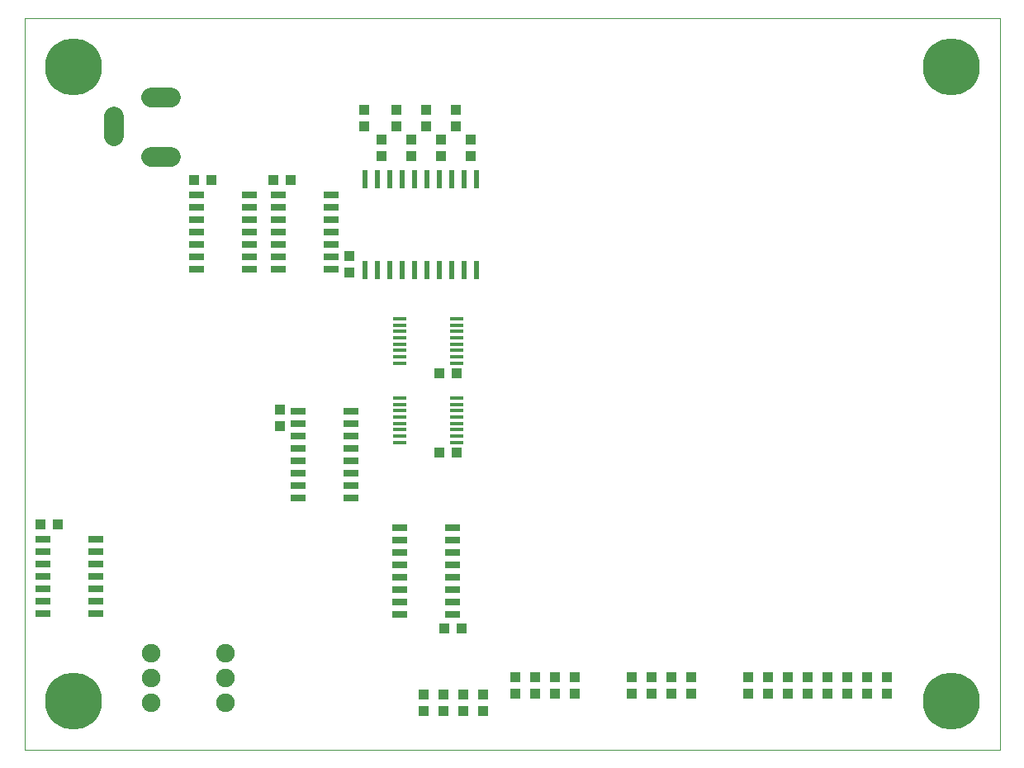
<source format=gbs>
G75*
%MOIN*%
%OFA0B0*%
%FSLAX25Y25*%
%IPPOS*%
%LPD*%
%AMOC8*
5,1,8,0,0,1.08239X$1,22.5*
%
%ADD10C,0.00000*%
%ADD11R,0.04331X0.03937*%
%ADD12R,0.03937X0.04331*%
%ADD13R,0.06004X0.02559*%
%ADD14R,0.05800X0.01400*%
%ADD15R,0.02200X0.07800*%
%ADD16C,0.07874*%
%ADD17C,0.07500*%
%ADD18C,0.23000*%
D10*
X0056249Y0048303D02*
X0056249Y0343579D01*
X0449950Y0343579D01*
X0449950Y0048303D01*
X0056249Y0048303D01*
D11*
X0062902Y0139303D03*
X0069595Y0139303D03*
X0217249Y0070650D03*
X0225249Y0070650D03*
X0225249Y0063957D03*
X0217249Y0063957D03*
X0233249Y0063957D03*
X0233249Y0070650D03*
X0241249Y0070650D03*
X0241249Y0063957D03*
X0254249Y0070957D03*
X0254249Y0077650D03*
X0262249Y0077650D03*
X0270249Y0077650D03*
X0270249Y0070957D03*
X0262249Y0070957D03*
X0278249Y0070957D03*
X0278249Y0077650D03*
X0301249Y0077650D03*
X0301249Y0070957D03*
X0309249Y0070957D03*
X0309249Y0077650D03*
X0317249Y0077650D03*
X0317249Y0070957D03*
X0325249Y0070957D03*
X0325249Y0077650D03*
X0348249Y0077650D03*
X0356249Y0077650D03*
X0356249Y0070957D03*
X0348249Y0070957D03*
X0364249Y0070957D03*
X0364249Y0077650D03*
X0372249Y0077650D03*
X0372249Y0070957D03*
X0380249Y0070957D03*
X0388249Y0070957D03*
X0388249Y0077650D03*
X0380249Y0077650D03*
X0396249Y0077650D03*
X0396249Y0070957D03*
X0404249Y0070957D03*
X0404249Y0077650D03*
X0232595Y0097303D03*
X0225902Y0097303D03*
X0223902Y0168303D03*
X0230595Y0168303D03*
X0230595Y0200303D03*
X0223902Y0200303D03*
X0163595Y0278303D03*
X0156902Y0278303D03*
X0131595Y0278303D03*
X0124902Y0278303D03*
X0193249Y0299957D03*
X0193249Y0306650D03*
X0206249Y0306650D03*
X0206249Y0299957D03*
X0212249Y0294650D03*
X0212249Y0287957D03*
X0200249Y0287957D03*
X0200249Y0294650D03*
X0218249Y0299957D03*
X0224249Y0294650D03*
X0230249Y0299957D03*
X0230249Y0306650D03*
X0218249Y0306650D03*
X0236249Y0294650D03*
X0236249Y0287957D03*
X0224249Y0287957D03*
D12*
X0187249Y0247650D03*
X0187249Y0240957D03*
X0159249Y0185650D03*
X0159249Y0178957D03*
D13*
X0166572Y0179803D03*
X0166572Y0184803D03*
X0166572Y0174803D03*
X0166572Y0169803D03*
X0166572Y0164803D03*
X0166572Y0159803D03*
X0166572Y0154803D03*
X0166572Y0149803D03*
X0187926Y0149803D03*
X0187926Y0154803D03*
X0187926Y0159803D03*
X0187926Y0164803D03*
X0187926Y0169803D03*
X0187926Y0174803D03*
X0187926Y0179803D03*
X0187926Y0184803D03*
X0207572Y0137803D03*
X0207572Y0132803D03*
X0207572Y0127803D03*
X0207572Y0122803D03*
X0207572Y0117803D03*
X0207572Y0112803D03*
X0207572Y0107803D03*
X0207572Y0102803D03*
X0228926Y0102803D03*
X0228926Y0107803D03*
X0228926Y0112803D03*
X0228926Y0117803D03*
X0228926Y0122803D03*
X0228926Y0127803D03*
X0228926Y0132803D03*
X0228926Y0137803D03*
X0179926Y0242303D03*
X0179926Y0247303D03*
X0179926Y0252303D03*
X0179926Y0257303D03*
X0179926Y0262303D03*
X0179926Y0267303D03*
X0179926Y0272303D03*
X0158572Y0272303D03*
X0158572Y0267303D03*
X0158572Y0262303D03*
X0158572Y0257303D03*
X0158572Y0252303D03*
X0158572Y0247303D03*
X0158572Y0242303D03*
X0146926Y0242303D03*
X0146926Y0247303D03*
X0146926Y0252303D03*
X0146926Y0257303D03*
X0146926Y0262303D03*
X0146926Y0267303D03*
X0146926Y0272303D03*
X0125572Y0272303D03*
X0125572Y0267303D03*
X0125572Y0262303D03*
X0125572Y0257303D03*
X0125572Y0252303D03*
X0125572Y0247303D03*
X0125572Y0242303D03*
X0084926Y0133303D03*
X0084926Y0128303D03*
X0084926Y0123303D03*
X0084926Y0118303D03*
X0084926Y0113303D03*
X0084926Y0108303D03*
X0084926Y0103303D03*
X0063572Y0103303D03*
X0063572Y0108303D03*
X0063572Y0113303D03*
X0063572Y0118303D03*
X0063572Y0123303D03*
X0063572Y0128303D03*
X0063572Y0133303D03*
D14*
X0207749Y0172303D03*
X0207749Y0174903D03*
X0207749Y0177503D03*
X0207749Y0180003D03*
X0207749Y0182603D03*
X0207749Y0185103D03*
X0207749Y0187703D03*
X0207749Y0190303D03*
X0207749Y0204303D03*
X0207749Y0206903D03*
X0207749Y0209503D03*
X0207749Y0212003D03*
X0207749Y0214603D03*
X0207749Y0217103D03*
X0207749Y0219703D03*
X0207749Y0222303D03*
X0230749Y0222303D03*
X0230749Y0219703D03*
X0230749Y0217103D03*
X0230749Y0214603D03*
X0230749Y0212003D03*
X0230749Y0209503D03*
X0230749Y0206903D03*
X0230749Y0204303D03*
X0230749Y0190303D03*
X0230749Y0187703D03*
X0230749Y0185103D03*
X0230749Y0182603D03*
X0230749Y0180003D03*
X0230749Y0177503D03*
X0230749Y0174903D03*
X0230749Y0172303D03*
D15*
X0228749Y0241903D03*
X0233749Y0241903D03*
X0238749Y0241903D03*
X0223749Y0241903D03*
X0218749Y0241903D03*
X0213749Y0241903D03*
X0208749Y0241903D03*
X0203749Y0241903D03*
X0198749Y0241903D03*
X0193749Y0241903D03*
X0193749Y0278703D03*
X0198749Y0278703D03*
X0203749Y0278703D03*
X0208749Y0278703D03*
X0213749Y0278703D03*
X0218749Y0278703D03*
X0223749Y0278703D03*
X0228749Y0278703D03*
X0233749Y0278703D03*
X0238749Y0278703D03*
D16*
X0115249Y0287673D02*
X0107375Y0287673D01*
X0092414Y0295941D02*
X0092414Y0303815D01*
X0107375Y0311689D02*
X0115249Y0311689D01*
D17*
X0107249Y0087303D03*
X0107249Y0077303D03*
X0107249Y0067303D03*
X0137249Y0067303D03*
X0137249Y0077303D03*
X0137249Y0087303D03*
D18*
X0075934Y0067988D03*
X0075934Y0323894D03*
X0430265Y0323894D03*
X0430265Y0067988D03*
M02*

</source>
